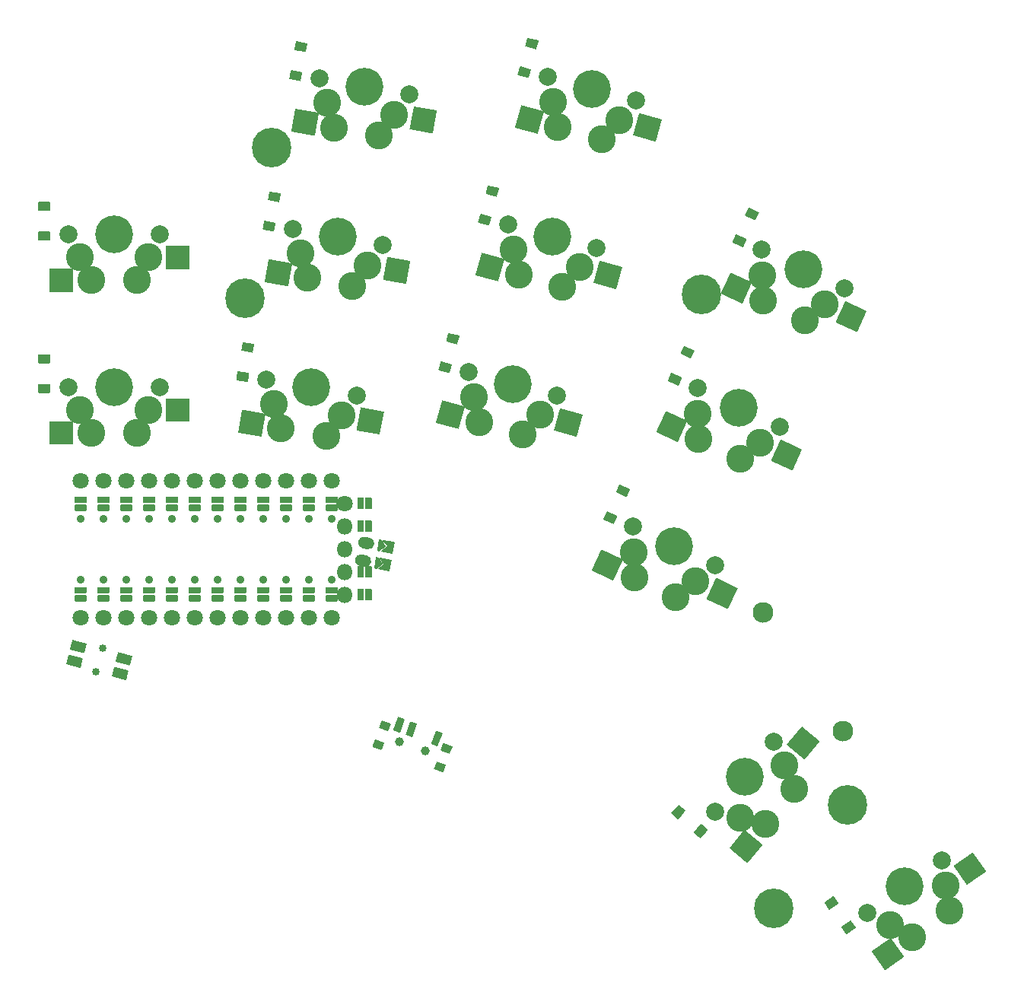
<source format=gbs>
G04 #@! TF.GenerationSoftware,KiCad,Pcbnew,8.0.8+1*
G04 #@! TF.CreationDate,2025-05-19T02:25:48+00:00*
G04 #@! TF.ProjectId,mearchlar_wireless,6d656172-6368-46c6-9172-5f776972656c,0.2*
G04 #@! TF.SameCoordinates,Original*
G04 #@! TF.FileFunction,Soldermask,Bot*
G04 #@! TF.FilePolarity,Negative*
%FSLAX46Y46*%
G04 Gerber Fmt 4.6, Leading zero omitted, Abs format (unit mm)*
G04 Created by KiCad (PCBNEW 8.0.8+1) date 2025-05-19 02:25:48*
%MOMM*%
%LPD*%
G01*
G04 APERTURE LIST*
%ADD10C,2.300000*%
%ADD11C,4.400000*%
%ADD12C,4.200000*%
%ADD13C,2.000000*%
%ADD14C,3.100000*%
%ADD15C,1.800000*%
%ADD16C,0.900000*%
%ADD17O,1.800000X1.800000*%
%ADD18C,1.000000*%
%ADD19C,0.850000*%
G04 APERTURE END LIST*
D10*
X172235175Y-108066691D03*
X181134590Y-121285220D03*
D11*
X117564759Y-56324569D03*
X114612740Y-73066301D03*
X165426557Y-72684179D03*
X173428752Y-140971233D03*
X181636504Y-129430307D03*
D12*
X100000000Y-83000000D03*
D13*
X94920000Y-83000000D03*
X105080000Y-83000000D03*
D14*
X97460000Y-88080000D03*
X103810000Y-85540000D03*
G36*
G01*
X108410000Y-84290000D02*
X108410000Y-86790000D01*
G75*
G02*
X108360000Y-86840000I-50000J0D01*
G01*
X105810000Y-86840000D01*
G75*
G02*
X105760000Y-86790000I0J50000D01*
G01*
X105760000Y-84290000D01*
G75*
G02*
X105810000Y-84240000I50000J0D01*
G01*
X108360000Y-84240000D01*
G75*
G02*
X108410000Y-84290000I0J-50000D01*
G01*
G37*
G36*
G01*
X95483000Y-86830000D02*
X95483000Y-89330000D01*
G75*
G02*
X95433000Y-89380000I-50000J0D01*
G01*
X92883000Y-89380000D01*
G75*
G02*
X92833000Y-89330000I0J50000D01*
G01*
X92833000Y-86830000D01*
G75*
G02*
X92883000Y-86780000I50000J0D01*
G01*
X95433000Y-86780000D01*
G75*
G02*
X95483000Y-86830000I0J-50000D01*
G01*
G37*
D12*
X100000000Y-66000000D03*
D13*
X94920000Y-66000000D03*
X105080000Y-66000000D03*
D14*
X97460000Y-71080000D03*
X103810000Y-68540000D03*
G36*
G01*
X108410000Y-67290000D02*
X108410000Y-69790000D01*
G75*
G02*
X108360000Y-69840000I-50000J0D01*
G01*
X105810000Y-69840000D01*
G75*
G02*
X105760000Y-69790000I0J50000D01*
G01*
X105760000Y-67290000D01*
G75*
G02*
X105810000Y-67240000I50000J0D01*
G01*
X108360000Y-67240000D01*
G75*
G02*
X108410000Y-67290000I0J-50000D01*
G01*
G37*
G36*
G01*
X95483000Y-69830000D02*
X95483000Y-72330000D01*
G75*
G02*
X95433000Y-72380000I-50000J0D01*
G01*
X92883000Y-72380000D01*
G75*
G02*
X92833000Y-72330000I0J50000D01*
G01*
X92833000Y-69830000D01*
G75*
G02*
X92883000Y-69780000I50000J0D01*
G01*
X95433000Y-69780000D01*
G75*
G02*
X95483000Y-69830000I0J-50000D01*
G01*
G37*
D12*
X122000000Y-83000000D03*
D13*
X116997177Y-82117867D03*
X127002823Y-83882133D03*
D14*
X118616456Y-87561757D03*
X125311051Y-86163011D03*
G36*
G01*
X130058227Y-85730783D02*
X129624107Y-88192802D01*
G75*
G02*
X129566185Y-88233360I-49240J8682D01*
G01*
X127054925Y-87790557D01*
G75*
G02*
X127014367Y-87732635I8682J49240D01*
G01*
X127448487Y-85270616D01*
G75*
G02*
X127506409Y-85230058I49240J-8682D01*
G01*
X130017669Y-85672861D01*
G75*
G02*
X130058227Y-85730783I-8682J-49240D01*
G01*
G37*
G36*
G01*
X116886550Y-85987445D02*
X116452430Y-88449464D01*
G75*
G02*
X116394508Y-88490022I-49240J8682D01*
G01*
X113883248Y-88047219D01*
G75*
G02*
X113842690Y-87989297I8682J49240D01*
G01*
X114276810Y-85527278D01*
G75*
G02*
X114334732Y-85486720I49240J-8682D01*
G01*
X116845992Y-85929523D01*
G75*
G02*
X116886550Y-85987445I-8682J-49240D01*
G01*
G37*
D12*
X124952019Y-66258268D03*
D13*
X119949196Y-65376135D03*
X129954842Y-67140401D03*
D14*
X121568475Y-70820025D03*
X128263070Y-69421279D03*
G36*
G01*
X133010246Y-68989051D02*
X132576126Y-71451070D01*
G75*
G02*
X132518204Y-71491628I-49240J8682D01*
G01*
X130006944Y-71048825D01*
G75*
G02*
X129966386Y-70990903I8682J49240D01*
G01*
X130400506Y-68528884D01*
G75*
G02*
X130458428Y-68488326I49240J-8682D01*
G01*
X132969688Y-68931129D01*
G75*
G02*
X133010246Y-68989051I-8682J-49240D01*
G01*
G37*
G36*
G01*
X119838569Y-69245713D02*
X119404449Y-71707732D01*
G75*
G02*
X119346527Y-71748290I-49240J8682D01*
G01*
X116835267Y-71305487D01*
G75*
G02*
X116794709Y-71247565I8682J49240D01*
G01*
X117228829Y-68785546D01*
G75*
G02*
X117286751Y-68744988I49240J-8682D01*
G01*
X119798011Y-69187791D01*
G75*
G02*
X119838569Y-69245713I-8682J-49240D01*
G01*
G37*
D12*
X127904038Y-49516536D03*
D13*
X122901215Y-48634403D03*
X132906861Y-50398669D03*
D14*
X124520494Y-54078293D03*
X131215089Y-52679547D03*
G36*
G01*
X135962265Y-52247319D02*
X135528145Y-54709338D01*
G75*
G02*
X135470223Y-54749896I-49240J8682D01*
G01*
X132958963Y-54307093D01*
G75*
G02*
X132918405Y-54249171I8682J49240D01*
G01*
X133352525Y-51787152D01*
G75*
G02*
X133410447Y-51746594I49240J-8682D01*
G01*
X135921707Y-52189397D01*
G75*
G02*
X135962265Y-52247319I-8682J-49240D01*
G01*
G37*
G36*
G01*
X122790588Y-52503981D02*
X122356468Y-54966000D01*
G75*
G02*
X122298546Y-55006558I-49240J8682D01*
G01*
X119787286Y-54563755D01*
G75*
G02*
X119746728Y-54505833I8682J49240D01*
G01*
X120180848Y-52043814D01*
G75*
G02*
X120238770Y-52003256I49240J-8682D01*
G01*
X122750030Y-52446059D01*
G75*
G02*
X122790588Y-52503981I-8682J-49240D01*
G01*
G37*
D12*
X144403775Y-82634827D03*
D13*
X139496872Y-81320026D03*
X149310678Y-83949628D03*
D14*
X140635523Y-86884330D03*
X147426552Y-86074379D03*
G36*
G01*
X152193334Y-86057540D02*
X151546287Y-88472355D01*
G75*
G02*
X151485050Y-88507710I-48296J12941D01*
G01*
X149021939Y-87847721D01*
G75*
G02*
X148986584Y-87786484I12941J48296D01*
G01*
X149633631Y-85371669D01*
G75*
G02*
X149694868Y-85336314I48296J-12941D01*
G01*
X152157979Y-85996303D01*
G75*
G02*
X152193334Y-86057540I-12941J-48296D01*
G01*
G37*
G36*
G01*
X139049411Y-85165237D02*
X138402364Y-87580052D01*
G75*
G02*
X138341127Y-87615407I-48296J12941D01*
G01*
X135878016Y-86955418D01*
G75*
G02*
X135842661Y-86894181I12941J48296D01*
G01*
X136489708Y-84479366D01*
G75*
G02*
X136550945Y-84444011I48296J-12941D01*
G01*
X139014056Y-85104000D01*
G75*
G02*
X139049411Y-85165237I-12941J-48296D01*
G01*
G37*
D12*
X148803699Y-66214088D03*
D13*
X143896796Y-64899287D03*
X153710602Y-67528889D03*
D14*
X145035447Y-70463591D03*
X151826476Y-69653640D03*
G36*
G01*
X156593258Y-69636801D02*
X155946211Y-72051616D01*
G75*
G02*
X155884974Y-72086971I-48296J12941D01*
G01*
X153421863Y-71426982D01*
G75*
G02*
X153386508Y-71365745I12941J48296D01*
G01*
X154033555Y-68950930D01*
G75*
G02*
X154094792Y-68915575I48296J-12941D01*
G01*
X156557903Y-69575564D01*
G75*
G02*
X156593258Y-69636801I-12941J-48296D01*
G01*
G37*
G36*
G01*
X143449335Y-68744498D02*
X142802288Y-71159313D01*
G75*
G02*
X142741051Y-71194668I-48296J12941D01*
G01*
X140277940Y-70534679D01*
G75*
G02*
X140242585Y-70473442I12941J48296D01*
G01*
X140889632Y-68058627D01*
G75*
G02*
X140950869Y-68023272I48296J-12941D01*
G01*
X143413980Y-68683261D01*
G75*
G02*
X143449335Y-68744498I-12941J-48296D01*
G01*
G37*
D12*
X153203623Y-49793349D03*
D13*
X148296720Y-48478548D03*
X158110526Y-51108150D03*
D14*
X149435371Y-54042852D03*
X156226400Y-53232901D03*
G36*
G01*
X160993182Y-53216062D02*
X160346135Y-55630877D01*
G75*
G02*
X160284898Y-55666232I-48296J12941D01*
G01*
X157821787Y-55006243D01*
G75*
G02*
X157786432Y-54945006I12941J48296D01*
G01*
X158433479Y-52530191D01*
G75*
G02*
X158494716Y-52494836I48296J-12941D01*
G01*
X160957827Y-53154825D01*
G75*
G02*
X160993182Y-53216062I-12941J-48296D01*
G01*
G37*
G36*
G01*
X147849259Y-52323759D02*
X147202212Y-54738574D01*
G75*
G02*
X147140975Y-54773929I-48296J12941D01*
G01*
X144677864Y-54113940D01*
G75*
G02*
X144642509Y-54052703I12941J48296D01*
G01*
X145289556Y-51637888D01*
G75*
G02*
X145350793Y-51602533I48296J-12941D01*
G01*
X147813904Y-52262522D01*
G75*
G02*
X147849259Y-52323759I-12941J-48296D01*
G01*
G37*
D12*
X162354201Y-100644400D03*
D13*
X157750157Y-98497499D03*
X166958245Y-102791301D03*
D14*
X157905278Y-104174993D03*
X164733783Y-104556597D03*
G36*
G01*
X169431071Y-105367757D02*
X168374526Y-107633526D01*
G75*
G02*
X168308080Y-107657710I-45315J21131D01*
G01*
X165996995Y-106580033D01*
G75*
G02*
X165972811Y-106513587I21131J45315D01*
G01*
X167029356Y-104247818D01*
G75*
G02*
X167095802Y-104223634I45315J-21131D01*
G01*
X169406887Y-105301311D01*
G75*
G02*
X169431071Y-105367757I-21131J-45315D01*
G01*
G37*
G36*
G01*
X156641780Y-102206593D02*
X155585235Y-104472362D01*
G75*
G02*
X155518789Y-104496546I-45315J21131D01*
G01*
X153207704Y-103418869D01*
G75*
G02*
X153183520Y-103352423I21131J45315D01*
G01*
X154240065Y-101086654D01*
G75*
G02*
X154306511Y-101062470I45315J-21131D01*
G01*
X156617596Y-102140147D01*
G75*
G02*
X156641780Y-102206593I-21131J-45315D01*
G01*
G37*
D12*
X169538711Y-85237168D03*
D13*
X164934667Y-83090267D03*
X174142755Y-87384069D03*
D14*
X165089788Y-88767761D03*
X171918293Y-89149365D03*
G36*
G01*
X176615581Y-89960525D02*
X175559036Y-92226294D01*
G75*
G02*
X175492590Y-92250478I-45315J21131D01*
G01*
X173181505Y-91172801D01*
G75*
G02*
X173157321Y-91106355I21131J45315D01*
G01*
X174213866Y-88840586D01*
G75*
G02*
X174280312Y-88816402I45315J-21131D01*
G01*
X176591397Y-89894079D01*
G75*
G02*
X176615581Y-89960525I-21131J-45315D01*
G01*
G37*
G36*
G01*
X163826290Y-86799361D02*
X162769745Y-89065130D01*
G75*
G02*
X162703299Y-89089314I-45315J21131D01*
G01*
X160392214Y-88011637D01*
G75*
G02*
X160368030Y-87945191I21131J45315D01*
G01*
X161424575Y-85679422D01*
G75*
G02*
X161491021Y-85655238I45315J-21131D01*
G01*
X163802106Y-86732915D01*
G75*
G02*
X163826290Y-86799361I-21131J-45315D01*
G01*
G37*
D12*
X176723222Y-69829935D03*
D13*
X172119178Y-67683034D03*
X181327266Y-71976836D03*
D14*
X172274299Y-73360528D03*
X179102804Y-73742132D03*
G36*
G01*
X183800092Y-74553292D02*
X182743547Y-76819061D01*
G75*
G02*
X182677101Y-76843245I-45315J21131D01*
G01*
X180366016Y-75765568D01*
G75*
G02*
X180341832Y-75699122I21131J45315D01*
G01*
X181398377Y-73433353D01*
G75*
G02*
X181464823Y-73409169I45315J-21131D01*
G01*
X183775908Y-74486846D01*
G75*
G02*
X183800092Y-74553292I-21131J-45315D01*
G01*
G37*
G36*
G01*
X171010801Y-71392128D02*
X169954256Y-73657897D01*
G75*
G02*
X169887810Y-73682081I-45315J21131D01*
G01*
X167576725Y-72604404D01*
G75*
G02*
X167552541Y-72537958I21131J45315D01*
G01*
X168609086Y-70272189D01*
G75*
G02*
X168675532Y-70248005I45315J-21131D01*
G01*
X170986617Y-71325682D01*
G75*
G02*
X171010801Y-71392128I-21131J-45315D01*
G01*
G37*
D12*
X170215376Y-126377685D03*
D13*
X166950015Y-130269191D03*
X173480737Y-122486179D03*
D14*
X172474201Y-131588799D03*
X174610150Y-125091736D03*
G36*
G01*
X176609417Y-120764448D02*
X178524528Y-122371417D01*
G75*
G02*
X178530691Y-122441858I-32139J-38302D01*
G01*
X176891582Y-124395271D01*
G75*
G02*
X176821141Y-124401434I-38302J32139D01*
G01*
X174906030Y-122794465D01*
G75*
G02*
X174899867Y-122724024I32139J38302D01*
G01*
X176538976Y-120770611D01*
G75*
G02*
X176609417Y-120764448I38302J-32139D01*
G01*
G37*
G36*
G01*
X170245855Y-132299785D02*
X172160966Y-133906754D01*
G75*
G02*
X172167129Y-133977195I-32139J-38302D01*
G01*
X170528020Y-135930608D01*
G75*
G02*
X170457579Y-135936771I-38302J32139D01*
G01*
X168542468Y-134329802D01*
G75*
G02*
X168536305Y-134259361I32139J38302D01*
G01*
X170175414Y-132305948D01*
G75*
G02*
X170245855Y-132299785I38302J-32139D01*
G01*
G37*
D12*
X188020983Y-138548289D03*
D13*
X183859691Y-141462057D03*
X192182275Y-135634521D03*
D14*
X188854105Y-144166466D03*
X192598836Y-138443609D03*
G36*
G01*
X195649965Y-134781217D02*
X197083906Y-136829097D01*
G75*
G02*
X197071627Y-136898734I-40958J-28679D01*
G01*
X194982790Y-138361354D01*
G75*
G02*
X194913153Y-138349075I-28679J40958D01*
G01*
X193479212Y-136301195D01*
G75*
G02*
X193491491Y-136231558I40958J28679D01*
G01*
X195580328Y-134768938D01*
G75*
G02*
X195649965Y-134781217I28679J-40958D01*
G01*
G37*
G36*
G01*
X186517671Y-144276486D02*
X187951612Y-146324366D01*
G75*
G02*
X187939333Y-146394003I-40958J-28679D01*
G01*
X185850496Y-147856623D01*
G75*
G02*
X185780859Y-147844344I-28679J40958D01*
G01*
X184346918Y-145796464D01*
G75*
G02*
X184359197Y-145726827I40958J28679D01*
G01*
X186448034Y-144264207D01*
G75*
G02*
X186517671Y-144276486I28679J-40958D01*
G01*
G37*
G36*
G01*
X91650000Y-82650000D02*
X92850000Y-82650000D01*
G75*
G02*
X92900000Y-82700000I0J-50000D01*
G01*
X92900000Y-83600000D01*
G75*
G02*
X92850000Y-83650000I-50000J0D01*
G01*
X91650000Y-83650000D01*
G75*
G02*
X91600000Y-83600000I0J50000D01*
G01*
X91600000Y-82700000D01*
G75*
G02*
X91650000Y-82650000I50000J0D01*
G01*
G37*
G36*
G01*
X91650000Y-79350000D02*
X92850000Y-79350000D01*
G75*
G02*
X92900000Y-79400000I0J-50000D01*
G01*
X92900000Y-80300000D01*
G75*
G02*
X92850000Y-80350000I-50000J0D01*
G01*
X91650000Y-80350000D01*
G75*
G02*
X91600000Y-80300000I0J50000D01*
G01*
X91600000Y-79400000D01*
G75*
G02*
X91650000Y-79350000I50000J0D01*
G01*
G37*
G36*
G01*
X91650000Y-65650000D02*
X92850000Y-65650000D01*
G75*
G02*
X92900000Y-65700000I0J-50000D01*
G01*
X92900000Y-66600000D01*
G75*
G02*
X92850000Y-66650000I-50000J0D01*
G01*
X91650000Y-66650000D01*
G75*
G02*
X91600000Y-66600000I0J50000D01*
G01*
X91600000Y-65700000D01*
G75*
G02*
X91650000Y-65650000I50000J0D01*
G01*
G37*
G36*
G01*
X91650000Y-62350000D02*
X92850000Y-62350000D01*
G75*
G02*
X92900000Y-62400000I0J-50000D01*
G01*
X92900000Y-63300000D01*
G75*
G02*
X92850000Y-63350000I-50000J0D01*
G01*
X91650000Y-63350000D01*
G75*
G02*
X91600000Y-63300000I0J50000D01*
G01*
X91600000Y-62400000D01*
G75*
G02*
X91650000Y-62350000I50000J0D01*
G01*
G37*
G36*
G01*
X113837632Y-81205356D02*
X115019401Y-81413733D01*
G75*
G02*
X115059959Y-81471655I-8682J-49240D01*
G01*
X114903676Y-82357982D01*
G75*
G02*
X114845754Y-82398540I-49240J8682D01*
G01*
X113663985Y-82190163D01*
G75*
G02*
X113623427Y-82132241I8682J49240D01*
G01*
X113779710Y-81245914D01*
G75*
G02*
X113837632Y-81205356I49240J-8682D01*
G01*
G37*
G36*
G01*
X114410670Y-77955490D02*
X115592439Y-78163867D01*
G75*
G02*
X115632997Y-78221789I-8682J-49240D01*
G01*
X115476714Y-79108116D01*
G75*
G02*
X115418792Y-79148674I-49240J8682D01*
G01*
X114237023Y-78940297D01*
G75*
G02*
X114196465Y-78882375I8682J49240D01*
G01*
X114352748Y-77996048D01*
G75*
G02*
X114410670Y-77955490I49240J-8682D01*
G01*
G37*
G36*
G01*
X116789651Y-64463624D02*
X117971420Y-64672001D01*
G75*
G02*
X118011978Y-64729923I-8682J-49240D01*
G01*
X117855695Y-65616250D01*
G75*
G02*
X117797773Y-65656808I-49240J8682D01*
G01*
X116616004Y-65448431D01*
G75*
G02*
X116575446Y-65390509I8682J49240D01*
G01*
X116731729Y-64504182D01*
G75*
G02*
X116789651Y-64463624I49240J-8682D01*
G01*
G37*
G36*
G01*
X117362689Y-61213758D02*
X118544458Y-61422135D01*
G75*
G02*
X118585016Y-61480057I-8682J-49240D01*
G01*
X118428733Y-62366384D01*
G75*
G02*
X118370811Y-62406942I-49240J8682D01*
G01*
X117189042Y-62198565D01*
G75*
G02*
X117148484Y-62140643I8682J49240D01*
G01*
X117304767Y-61254316D01*
G75*
G02*
X117362689Y-61213758I49240J-8682D01*
G01*
G37*
G36*
G01*
X119741670Y-47721892D02*
X120923439Y-47930269D01*
G75*
G02*
X120963997Y-47988191I-8682J-49240D01*
G01*
X120807714Y-48874518D01*
G75*
G02*
X120749792Y-48915076I-49240J8682D01*
G01*
X119568023Y-48706699D01*
G75*
G02*
X119527465Y-48648777I8682J49240D01*
G01*
X119683748Y-47762450D01*
G75*
G02*
X119741670Y-47721892I49240J-8682D01*
G01*
G37*
G36*
G01*
X120314708Y-44472026D02*
X121496477Y-44680403D01*
G75*
G02*
X121537035Y-44738325I-8682J-49240D01*
G01*
X121380752Y-45624652D01*
G75*
G02*
X121322830Y-45665210I-49240J8682D01*
G01*
X120141061Y-45456833D01*
G75*
G02*
X120100503Y-45398911I8682J49240D01*
G01*
X120256786Y-44512584D01*
G75*
G02*
X120314708Y-44472026I49240J-8682D01*
G01*
G37*
G36*
G01*
X136428882Y-80135615D02*
X137587993Y-80446198D01*
G75*
G02*
X137623348Y-80507435I-12941J-48296D01*
G01*
X137390411Y-81376768D01*
G75*
G02*
X137329174Y-81412123I-48296J12941D01*
G01*
X136170063Y-81101540D01*
G75*
G02*
X136134708Y-81040303I12941J48296D01*
G01*
X136367645Y-80170970D01*
G75*
G02*
X136428882Y-80135615I48296J-12941D01*
G01*
G37*
G36*
G01*
X137282984Y-76948059D02*
X138442095Y-77258642D01*
G75*
G02*
X138477450Y-77319879I-12941J-48296D01*
G01*
X138244513Y-78189212D01*
G75*
G02*
X138183276Y-78224567I-48296J12941D01*
G01*
X137024165Y-77913984D01*
G75*
G02*
X136988810Y-77852747I12941J48296D01*
G01*
X137221747Y-76983414D01*
G75*
G02*
X137282984Y-76948059I48296J-12941D01*
G01*
G37*
G36*
G01*
X140828806Y-63714876D02*
X141987917Y-64025459D01*
G75*
G02*
X142023272Y-64086696I-12941J-48296D01*
G01*
X141790335Y-64956029D01*
G75*
G02*
X141729098Y-64991384I-48296J12941D01*
G01*
X140569987Y-64680801D01*
G75*
G02*
X140534632Y-64619564I12941J48296D01*
G01*
X140767569Y-63750231D01*
G75*
G02*
X140828806Y-63714876I48296J-12941D01*
G01*
G37*
G36*
G01*
X141682908Y-60527320D02*
X142842019Y-60837903D01*
G75*
G02*
X142877374Y-60899140I-12941J-48296D01*
G01*
X142644437Y-61768473D01*
G75*
G02*
X142583200Y-61803828I-48296J12941D01*
G01*
X141424089Y-61493245D01*
G75*
G02*
X141388734Y-61432008I12941J48296D01*
G01*
X141621671Y-60562675D01*
G75*
G02*
X141682908Y-60527320I48296J-12941D01*
G01*
G37*
G36*
G01*
X145228729Y-47294137D02*
X146387840Y-47604720D01*
G75*
G02*
X146423195Y-47665957I-12941J-48296D01*
G01*
X146190258Y-48535290D01*
G75*
G02*
X146129021Y-48570645I-48296J12941D01*
G01*
X144969910Y-48260062D01*
G75*
G02*
X144934555Y-48198825I12941J48296D01*
G01*
X145167492Y-47329492D01*
G75*
G02*
X145228729Y-47294137I48296J-12941D01*
G01*
G37*
G36*
G01*
X146082831Y-44106581D02*
X147241942Y-44417164D01*
G75*
G02*
X147277297Y-44478401I-12941J-48296D01*
G01*
X147044360Y-45347734D01*
G75*
G02*
X146983123Y-45383089I-48296J12941D01*
G01*
X145824012Y-45072506D01*
G75*
G02*
X145788657Y-45011269I12941J48296D01*
G01*
X146021594Y-44141936D01*
G75*
G02*
X146082831Y-44106581I48296J-12941D01*
G01*
G37*
G36*
G01*
X154934448Y-96798331D02*
X156022017Y-97305472D01*
G75*
G02*
X156046201Y-97371918I-21131J-45315D01*
G01*
X155665844Y-98187595D01*
G75*
G02*
X155599398Y-98211779I-45315J21131D01*
G01*
X154511829Y-97704638D01*
G75*
G02*
X154487645Y-97638192I21131J45315D01*
G01*
X154868002Y-96822515D01*
G75*
G02*
X154934448Y-96798331I45315J-21131D01*
G01*
G37*
G36*
G01*
X156329088Y-93807515D02*
X157416657Y-94314656D01*
G75*
G02*
X157440841Y-94381102I-21131J-45315D01*
G01*
X157060484Y-95196779D01*
G75*
G02*
X156994038Y-95220963I-45315J21131D01*
G01*
X155906469Y-94713822D01*
G75*
G02*
X155882285Y-94647376I21131J45315D01*
G01*
X156262642Y-93831699D01*
G75*
G02*
X156329088Y-93807515I45315J-21131D01*
G01*
G37*
G36*
G01*
X162118958Y-81391099D02*
X163206527Y-81898240D01*
G75*
G02*
X163230711Y-81964686I-21131J-45315D01*
G01*
X162850354Y-82780363D01*
G75*
G02*
X162783908Y-82804547I-45315J21131D01*
G01*
X161696339Y-82297406D01*
G75*
G02*
X161672155Y-82230960I21131J45315D01*
G01*
X162052512Y-81415283D01*
G75*
G02*
X162118958Y-81391099I45315J-21131D01*
G01*
G37*
G36*
G01*
X163513598Y-78400283D02*
X164601167Y-78907424D01*
G75*
G02*
X164625351Y-78973870I-21131J-45315D01*
G01*
X164244994Y-79789547D01*
G75*
G02*
X164178548Y-79813731I-45315J21131D01*
G01*
X163090979Y-79306590D01*
G75*
G02*
X163066795Y-79240144I21131J45315D01*
G01*
X163447152Y-78424467D01*
G75*
G02*
X163513598Y-78400283I45315J-21131D01*
G01*
G37*
G36*
G01*
X169303469Y-65983866D02*
X170391038Y-66491007D01*
G75*
G02*
X170415222Y-66557453I-21131J-45315D01*
G01*
X170034865Y-67373130D01*
G75*
G02*
X169968419Y-67397314I-45315J21131D01*
G01*
X168880850Y-66890173D01*
G75*
G02*
X168856666Y-66823727I21131J45315D01*
G01*
X169237023Y-66008050D01*
G75*
G02*
X169303469Y-65983866I45315J-21131D01*
G01*
G37*
G36*
G01*
X170698109Y-62993050D02*
X171785678Y-63500191D01*
G75*
G02*
X171809862Y-63566637I-21131J-45315D01*
G01*
X171429505Y-64382314D01*
G75*
G02*
X171363059Y-64406498I-45315J21131D01*
G01*
X170275490Y-63899357D01*
G75*
G02*
X170251306Y-63832911I21131J45315D01*
G01*
X170631663Y-63017234D01*
G75*
G02*
X170698109Y-62993050I45315J-21131D01*
G01*
G37*
G36*
G01*
X164579983Y-132549181D02*
X165351329Y-131629928D01*
G75*
G02*
X165421770Y-131623765I38302J-32139D01*
G01*
X166111210Y-132202274D01*
G75*
G02*
X166117373Y-132272715I-32139J-38302D01*
G01*
X165346027Y-133191968D01*
G75*
G02*
X165275586Y-133198131I-38302J32139D01*
G01*
X164586146Y-132619622D01*
G75*
G02*
X164579983Y-132549181I32139J38302D01*
G01*
G37*
G36*
G01*
X162052037Y-130427981D02*
X162823383Y-129508728D01*
G75*
G02*
X162893824Y-129502565I38302J-32139D01*
G01*
X163583264Y-130081074D01*
G75*
G02*
X163589427Y-130151515I-32139J-38302D01*
G01*
X162818081Y-131070768D01*
G75*
G02*
X162747640Y-131076931I-38302J32139D01*
G01*
X162058200Y-130498422D01*
G75*
G02*
X162052037Y-130427981I32139J38302D01*
G01*
G37*
G36*
G01*
X180980311Y-143050948D02*
X181963294Y-142362657D01*
G75*
G02*
X182032931Y-142374936I28679J-40958D01*
G01*
X182549150Y-143112173D01*
G75*
G02*
X182536871Y-143181810I-40958J-28679D01*
G01*
X181553888Y-143870101D01*
G75*
G02*
X181484251Y-143857822I-28679J40958D01*
G01*
X180968032Y-143120585D01*
G75*
G02*
X180980311Y-143050948I40958J28679D01*
G01*
G37*
G36*
G01*
X179087509Y-140347746D02*
X180070492Y-139659455D01*
G75*
G02*
X180140129Y-139671734I28679J-40958D01*
G01*
X180656348Y-140408971D01*
G75*
G02*
X180644069Y-140478608I-40958J-28679D01*
G01*
X179661086Y-141166899D01*
G75*
G02*
X179591449Y-141154620I-28679J40958D01*
G01*
X179075230Y-140417383D01*
G75*
G02*
X179087509Y-140347746I40958J28679D01*
G01*
G37*
D12*
X100000000Y-83000000D03*
D13*
X94920000Y-83000000D03*
X105080000Y-83000000D03*
D14*
X102540000Y-88080000D03*
X96190000Y-85540000D03*
D12*
X100000000Y-66000000D03*
D13*
X94920000Y-66000000D03*
X105080000Y-66000000D03*
D14*
X102540000Y-71080000D03*
X96190000Y-68540000D03*
D12*
X122000000Y-83000000D03*
D13*
X116997177Y-82117867D03*
X127002823Y-83882133D03*
D14*
X123619279Y-88443890D03*
X117806816Y-84839812D03*
D12*
X124952019Y-66258268D03*
D13*
X119949196Y-65376135D03*
X129954842Y-67140401D03*
D14*
X126571298Y-71702158D03*
X120758835Y-68098080D03*
D12*
X127904038Y-49516536D03*
D13*
X122901215Y-48634403D03*
X132906861Y-50398669D03*
D14*
X129523317Y-54960426D03*
X123710854Y-51356348D03*
D12*
X144403775Y-82634827D03*
D13*
X139496872Y-81320026D03*
X149310678Y-83949628D03*
D14*
X145542426Y-88199131D03*
X140066197Y-84102178D03*
D12*
X148803699Y-66214088D03*
D13*
X143896796Y-64899287D03*
X153710602Y-67528889D03*
D14*
X149942350Y-71778392D03*
X144466121Y-67681439D03*
D12*
X153203623Y-49793349D03*
D13*
X148296720Y-48478548D03*
X158110526Y-51108150D03*
D14*
X154342274Y-55357653D03*
X148866045Y-51260700D03*
D12*
X162354201Y-100644400D03*
D13*
X157750157Y-98497499D03*
X166958245Y-102791301D03*
D14*
X162509322Y-106321894D03*
X157827718Y-101336246D03*
D12*
X169538711Y-85237168D03*
D13*
X164934667Y-83090267D03*
X174142755Y-87384069D03*
D14*
X169693832Y-90914662D03*
X165012228Y-85929014D03*
D12*
X176723222Y-69829935D03*
D13*
X172119178Y-67683034D03*
X181327266Y-71976836D03*
D14*
X176878343Y-75507429D03*
X172196739Y-70521781D03*
D12*
X170215376Y-126377685D03*
D13*
X166950015Y-130269191D03*
X173480737Y-122486179D03*
D14*
X175739562Y-127697293D03*
X169712108Y-130928995D03*
D12*
X188020983Y-138548289D03*
D13*
X183859691Y-141462057D03*
X192182275Y-135634521D03*
D14*
X193015397Y-141252697D03*
X186356898Y-142814261D03*
D15*
X96300000Y-108620000D03*
X96300000Y-93380000D03*
D16*
X96300000Y-104400000D03*
X96300000Y-97600000D03*
G36*
G01*
X96900000Y-106830000D02*
X95700000Y-106830000D01*
G75*
G02*
X95650000Y-106780000I0J50000D01*
G01*
X95650000Y-106180000D01*
G75*
G02*
X95700000Y-106130000I50000J0D01*
G01*
X96900000Y-106130000D01*
G75*
G02*
X96950000Y-106180000I0J-50000D01*
G01*
X96950000Y-106780000D01*
G75*
G02*
X96900000Y-106830000I-50000J0D01*
G01*
G37*
G36*
G01*
X96900000Y-105930000D02*
X95700000Y-105930000D01*
G75*
G02*
X95650000Y-105880000I0J50000D01*
G01*
X95650000Y-105280000D01*
G75*
G02*
X95700000Y-105230000I50000J0D01*
G01*
X96900000Y-105230000D01*
G75*
G02*
X96950000Y-105280000I0J-50000D01*
G01*
X96950000Y-105880000D01*
G75*
G02*
X96900000Y-105930000I-50000J0D01*
G01*
G37*
G36*
G01*
X96900000Y-96770000D02*
X95700000Y-96770000D01*
G75*
G02*
X95650000Y-96720000I0J50000D01*
G01*
X95650000Y-96120000D01*
G75*
G02*
X95700000Y-96070000I50000J0D01*
G01*
X96900000Y-96070000D01*
G75*
G02*
X96950000Y-96120000I0J-50000D01*
G01*
X96950000Y-96720000D01*
G75*
G02*
X96900000Y-96770000I-50000J0D01*
G01*
G37*
G36*
G01*
X96900000Y-95870000D02*
X95700000Y-95870000D01*
G75*
G02*
X95650000Y-95820000I0J50000D01*
G01*
X95650000Y-95220000D01*
G75*
G02*
X95700000Y-95170000I50000J0D01*
G01*
X96900000Y-95170000D01*
G75*
G02*
X96950000Y-95220000I0J-50000D01*
G01*
X96950000Y-95820000D01*
G75*
G02*
X96900000Y-95870000I-50000J0D01*
G01*
G37*
D15*
X98840000Y-108620000D03*
X98840000Y-93380000D03*
D16*
X98840000Y-104400000D03*
X98840000Y-97600000D03*
G36*
G01*
X99440000Y-106830000D02*
X98240000Y-106830000D01*
G75*
G02*
X98190000Y-106780000I0J50000D01*
G01*
X98190000Y-106180000D01*
G75*
G02*
X98240000Y-106130000I50000J0D01*
G01*
X99440000Y-106130000D01*
G75*
G02*
X99490000Y-106180000I0J-50000D01*
G01*
X99490000Y-106780000D01*
G75*
G02*
X99440000Y-106830000I-50000J0D01*
G01*
G37*
G36*
G01*
X99440000Y-105930000D02*
X98240000Y-105930000D01*
G75*
G02*
X98190000Y-105880000I0J50000D01*
G01*
X98190000Y-105280000D01*
G75*
G02*
X98240000Y-105230000I50000J0D01*
G01*
X99440000Y-105230000D01*
G75*
G02*
X99490000Y-105280000I0J-50000D01*
G01*
X99490000Y-105880000D01*
G75*
G02*
X99440000Y-105930000I-50000J0D01*
G01*
G37*
G36*
G01*
X99440000Y-96770000D02*
X98240000Y-96770000D01*
G75*
G02*
X98190000Y-96720000I0J50000D01*
G01*
X98190000Y-96120000D01*
G75*
G02*
X98240000Y-96070000I50000J0D01*
G01*
X99440000Y-96070000D01*
G75*
G02*
X99490000Y-96120000I0J-50000D01*
G01*
X99490000Y-96720000D01*
G75*
G02*
X99440000Y-96770000I-50000J0D01*
G01*
G37*
G36*
G01*
X99440000Y-95870000D02*
X98240000Y-95870000D01*
G75*
G02*
X98190000Y-95820000I0J50000D01*
G01*
X98190000Y-95220000D01*
G75*
G02*
X98240000Y-95170000I50000J0D01*
G01*
X99440000Y-95170000D01*
G75*
G02*
X99490000Y-95220000I0J-50000D01*
G01*
X99490000Y-95820000D01*
G75*
G02*
X99440000Y-95870000I-50000J0D01*
G01*
G37*
D15*
X101380000Y-108620000D03*
X101380000Y-93380000D03*
D16*
X101380000Y-104400000D03*
X101380000Y-97600000D03*
G36*
G01*
X101980000Y-106830000D02*
X100780000Y-106830000D01*
G75*
G02*
X100730000Y-106780000I0J50000D01*
G01*
X100730000Y-106180000D01*
G75*
G02*
X100780000Y-106130000I50000J0D01*
G01*
X101980000Y-106130000D01*
G75*
G02*
X102030000Y-106180000I0J-50000D01*
G01*
X102030000Y-106780000D01*
G75*
G02*
X101980000Y-106830000I-50000J0D01*
G01*
G37*
G36*
G01*
X101980000Y-105930000D02*
X100780000Y-105930000D01*
G75*
G02*
X100730000Y-105880000I0J50000D01*
G01*
X100730000Y-105280000D01*
G75*
G02*
X100780000Y-105230000I50000J0D01*
G01*
X101980000Y-105230000D01*
G75*
G02*
X102030000Y-105280000I0J-50000D01*
G01*
X102030000Y-105880000D01*
G75*
G02*
X101980000Y-105930000I-50000J0D01*
G01*
G37*
G36*
G01*
X101980000Y-96770000D02*
X100780000Y-96770000D01*
G75*
G02*
X100730000Y-96720000I0J50000D01*
G01*
X100730000Y-96120000D01*
G75*
G02*
X100780000Y-96070000I50000J0D01*
G01*
X101980000Y-96070000D01*
G75*
G02*
X102030000Y-96120000I0J-50000D01*
G01*
X102030000Y-96720000D01*
G75*
G02*
X101980000Y-96770000I-50000J0D01*
G01*
G37*
G36*
G01*
X101980000Y-95870000D02*
X100780000Y-95870000D01*
G75*
G02*
X100730000Y-95820000I0J50000D01*
G01*
X100730000Y-95220000D01*
G75*
G02*
X100780000Y-95170000I50000J0D01*
G01*
X101980000Y-95170000D01*
G75*
G02*
X102030000Y-95220000I0J-50000D01*
G01*
X102030000Y-95820000D01*
G75*
G02*
X101980000Y-95870000I-50000J0D01*
G01*
G37*
D15*
X103920000Y-108620000D03*
X103920000Y-93380000D03*
D16*
X103920000Y-104400000D03*
X103920000Y-97600000D03*
G36*
G01*
X104520000Y-106830000D02*
X103320000Y-106830000D01*
G75*
G02*
X103270000Y-106780000I0J50000D01*
G01*
X103270000Y-106180000D01*
G75*
G02*
X103320000Y-106130000I50000J0D01*
G01*
X104520000Y-106130000D01*
G75*
G02*
X104570000Y-106180000I0J-50000D01*
G01*
X104570000Y-106780000D01*
G75*
G02*
X104520000Y-106830000I-50000J0D01*
G01*
G37*
G36*
G01*
X104520000Y-105930000D02*
X103320000Y-105930000D01*
G75*
G02*
X103270000Y-105880000I0J50000D01*
G01*
X103270000Y-105280000D01*
G75*
G02*
X103320000Y-105230000I50000J0D01*
G01*
X104520000Y-105230000D01*
G75*
G02*
X104570000Y-105280000I0J-50000D01*
G01*
X104570000Y-105880000D01*
G75*
G02*
X104520000Y-105930000I-50000J0D01*
G01*
G37*
G36*
G01*
X104520000Y-96770000D02*
X103320000Y-96770000D01*
G75*
G02*
X103270000Y-96720000I0J50000D01*
G01*
X103270000Y-96120000D01*
G75*
G02*
X103320000Y-96070000I50000J0D01*
G01*
X104520000Y-96070000D01*
G75*
G02*
X104570000Y-96120000I0J-50000D01*
G01*
X104570000Y-96720000D01*
G75*
G02*
X104520000Y-96770000I-50000J0D01*
G01*
G37*
G36*
G01*
X104520000Y-95870000D02*
X103320000Y-95870000D01*
G75*
G02*
X103270000Y-95820000I0J50000D01*
G01*
X103270000Y-95220000D01*
G75*
G02*
X103320000Y-95170000I50000J0D01*
G01*
X104520000Y-95170000D01*
G75*
G02*
X104570000Y-95220000I0J-50000D01*
G01*
X104570000Y-95820000D01*
G75*
G02*
X104520000Y-95870000I-50000J0D01*
G01*
G37*
D15*
X106460000Y-108620000D03*
X106460000Y-93380000D03*
D16*
X106460000Y-104400000D03*
X106460000Y-97600000D03*
G36*
G01*
X107060000Y-106830000D02*
X105860000Y-106830000D01*
G75*
G02*
X105810000Y-106780000I0J50000D01*
G01*
X105810000Y-106180000D01*
G75*
G02*
X105860000Y-106130000I50000J0D01*
G01*
X107060000Y-106130000D01*
G75*
G02*
X107110000Y-106180000I0J-50000D01*
G01*
X107110000Y-106780000D01*
G75*
G02*
X107060000Y-106830000I-50000J0D01*
G01*
G37*
G36*
G01*
X107060000Y-105930000D02*
X105860000Y-105930000D01*
G75*
G02*
X105810000Y-105880000I0J50000D01*
G01*
X105810000Y-105280000D01*
G75*
G02*
X105860000Y-105230000I50000J0D01*
G01*
X107060000Y-105230000D01*
G75*
G02*
X107110000Y-105280000I0J-50000D01*
G01*
X107110000Y-105880000D01*
G75*
G02*
X107060000Y-105930000I-50000J0D01*
G01*
G37*
G36*
G01*
X107060000Y-96770000D02*
X105860000Y-96770000D01*
G75*
G02*
X105810000Y-96720000I0J50000D01*
G01*
X105810000Y-96120000D01*
G75*
G02*
X105860000Y-96070000I50000J0D01*
G01*
X107060000Y-96070000D01*
G75*
G02*
X107110000Y-96120000I0J-50000D01*
G01*
X107110000Y-96720000D01*
G75*
G02*
X107060000Y-96770000I-50000J0D01*
G01*
G37*
G36*
G01*
X107060000Y-95870000D02*
X105860000Y-95870000D01*
G75*
G02*
X105810000Y-95820000I0J50000D01*
G01*
X105810000Y-95220000D01*
G75*
G02*
X105860000Y-95170000I50000J0D01*
G01*
X107060000Y-95170000D01*
G75*
G02*
X107110000Y-95220000I0J-50000D01*
G01*
X107110000Y-95820000D01*
G75*
G02*
X107060000Y-95870000I-50000J0D01*
G01*
G37*
D15*
X109000000Y-108620000D03*
X109000000Y-93380000D03*
D16*
X109000000Y-104400000D03*
X109000000Y-97600000D03*
G36*
G01*
X109600000Y-106830000D02*
X108400000Y-106830000D01*
G75*
G02*
X108350000Y-106780000I0J50000D01*
G01*
X108350000Y-106180000D01*
G75*
G02*
X108400000Y-106130000I50000J0D01*
G01*
X109600000Y-106130000D01*
G75*
G02*
X109650000Y-106180000I0J-50000D01*
G01*
X109650000Y-106780000D01*
G75*
G02*
X109600000Y-106830000I-50000J0D01*
G01*
G37*
G36*
G01*
X109600000Y-105930000D02*
X108400000Y-105930000D01*
G75*
G02*
X108350000Y-105880000I0J50000D01*
G01*
X108350000Y-105280000D01*
G75*
G02*
X108400000Y-105230000I50000J0D01*
G01*
X109600000Y-105230000D01*
G75*
G02*
X109650000Y-105280000I0J-50000D01*
G01*
X109650000Y-105880000D01*
G75*
G02*
X109600000Y-105930000I-50000J0D01*
G01*
G37*
G36*
G01*
X109600000Y-96770000D02*
X108400000Y-96770000D01*
G75*
G02*
X108350000Y-96720000I0J50000D01*
G01*
X108350000Y-96120000D01*
G75*
G02*
X108400000Y-96070000I50000J0D01*
G01*
X109600000Y-96070000D01*
G75*
G02*
X109650000Y-96120000I0J-50000D01*
G01*
X109650000Y-96720000D01*
G75*
G02*
X109600000Y-96770000I-50000J0D01*
G01*
G37*
G36*
G01*
X109600000Y-95870000D02*
X108400000Y-95870000D01*
G75*
G02*
X108350000Y-95820000I0J50000D01*
G01*
X108350000Y-95220000D01*
G75*
G02*
X108400000Y-95170000I50000J0D01*
G01*
X109600000Y-95170000D01*
G75*
G02*
X109650000Y-95220000I0J-50000D01*
G01*
X109650000Y-95820000D01*
G75*
G02*
X109600000Y-95870000I-50000J0D01*
G01*
G37*
D15*
X111540000Y-108620000D03*
X111540000Y-93380000D03*
D16*
X111540000Y-104400000D03*
X111540000Y-97600000D03*
G36*
G01*
X112140000Y-106830000D02*
X110940000Y-106830000D01*
G75*
G02*
X110890000Y-106780000I0J50000D01*
G01*
X110890000Y-106180000D01*
G75*
G02*
X110940000Y-106130000I50000J0D01*
G01*
X112140000Y-106130000D01*
G75*
G02*
X112190000Y-106180000I0J-50000D01*
G01*
X112190000Y-106780000D01*
G75*
G02*
X112140000Y-106830000I-50000J0D01*
G01*
G37*
G36*
G01*
X112140000Y-105930000D02*
X110940000Y-105930000D01*
G75*
G02*
X110890000Y-105880000I0J50000D01*
G01*
X110890000Y-105280000D01*
G75*
G02*
X110940000Y-105230000I50000J0D01*
G01*
X112140000Y-105230000D01*
G75*
G02*
X112190000Y-105280000I0J-50000D01*
G01*
X112190000Y-105880000D01*
G75*
G02*
X112140000Y-105930000I-50000J0D01*
G01*
G37*
G36*
G01*
X112140000Y-96770000D02*
X110940000Y-96770000D01*
G75*
G02*
X110890000Y-96720000I0J50000D01*
G01*
X110890000Y-96120000D01*
G75*
G02*
X110940000Y-96070000I50000J0D01*
G01*
X112140000Y-96070000D01*
G75*
G02*
X112190000Y-96120000I0J-50000D01*
G01*
X112190000Y-96720000D01*
G75*
G02*
X112140000Y-96770000I-50000J0D01*
G01*
G37*
G36*
G01*
X112140000Y-95870000D02*
X110940000Y-95870000D01*
G75*
G02*
X110890000Y-95820000I0J50000D01*
G01*
X110890000Y-95220000D01*
G75*
G02*
X110940000Y-95170000I50000J0D01*
G01*
X112140000Y-95170000D01*
G75*
G02*
X112190000Y-95220000I0J-50000D01*
G01*
X112190000Y-95820000D01*
G75*
G02*
X112140000Y-95870000I-50000J0D01*
G01*
G37*
D15*
X114080000Y-108620000D03*
X114080000Y-93380000D03*
D16*
X114080000Y-104400000D03*
X114080000Y-97600000D03*
G36*
G01*
X114680000Y-106830000D02*
X113480000Y-106830000D01*
G75*
G02*
X113430000Y-106780000I0J50000D01*
G01*
X113430000Y-106180000D01*
G75*
G02*
X113480000Y-106130000I50000J0D01*
G01*
X114680000Y-106130000D01*
G75*
G02*
X114730000Y-106180000I0J-50000D01*
G01*
X114730000Y-106780000D01*
G75*
G02*
X114680000Y-106830000I-50000J0D01*
G01*
G37*
G36*
G01*
X114680000Y-105930000D02*
X113480000Y-105930000D01*
G75*
G02*
X113430000Y-105880000I0J50000D01*
G01*
X113430000Y-105280000D01*
G75*
G02*
X113480000Y-105230000I50000J0D01*
G01*
X114680000Y-105230000D01*
G75*
G02*
X114730000Y-105280000I0J-50000D01*
G01*
X114730000Y-105880000D01*
G75*
G02*
X114680000Y-105930000I-50000J0D01*
G01*
G37*
G36*
G01*
X114680000Y-96770000D02*
X113480000Y-96770000D01*
G75*
G02*
X113430000Y-96720000I0J50000D01*
G01*
X113430000Y-96120000D01*
G75*
G02*
X113480000Y-96070000I50000J0D01*
G01*
X114680000Y-96070000D01*
G75*
G02*
X114730000Y-96120000I0J-50000D01*
G01*
X114730000Y-96720000D01*
G75*
G02*
X114680000Y-96770000I-50000J0D01*
G01*
G37*
G36*
G01*
X114680000Y-95870000D02*
X113480000Y-95870000D01*
G75*
G02*
X113430000Y-95820000I0J50000D01*
G01*
X113430000Y-95220000D01*
G75*
G02*
X113480000Y-95170000I50000J0D01*
G01*
X114680000Y-95170000D01*
G75*
G02*
X114730000Y-95220000I0J-50000D01*
G01*
X114730000Y-95820000D01*
G75*
G02*
X114680000Y-95870000I-50000J0D01*
G01*
G37*
D15*
X116620000Y-108620000D03*
X116620000Y-93380000D03*
D16*
X116620000Y-104400000D03*
X116620000Y-97600000D03*
G36*
G01*
X117220000Y-106830000D02*
X116020000Y-106830000D01*
G75*
G02*
X115970000Y-106780000I0J50000D01*
G01*
X115970000Y-106180000D01*
G75*
G02*
X116020000Y-106130000I50000J0D01*
G01*
X117220000Y-106130000D01*
G75*
G02*
X117270000Y-106180000I0J-50000D01*
G01*
X117270000Y-106780000D01*
G75*
G02*
X117220000Y-106830000I-50000J0D01*
G01*
G37*
G36*
G01*
X117220000Y-105930000D02*
X116020000Y-105930000D01*
G75*
G02*
X115970000Y-105880000I0J50000D01*
G01*
X115970000Y-105280000D01*
G75*
G02*
X116020000Y-105230000I50000J0D01*
G01*
X117220000Y-105230000D01*
G75*
G02*
X117270000Y-105280000I0J-50000D01*
G01*
X117270000Y-105880000D01*
G75*
G02*
X117220000Y-105930000I-50000J0D01*
G01*
G37*
G36*
G01*
X117220000Y-96770000D02*
X116020000Y-96770000D01*
G75*
G02*
X115970000Y-96720000I0J50000D01*
G01*
X115970000Y-96120000D01*
G75*
G02*
X116020000Y-96070000I50000J0D01*
G01*
X117220000Y-96070000D01*
G75*
G02*
X117270000Y-96120000I0J-50000D01*
G01*
X117270000Y-96720000D01*
G75*
G02*
X117220000Y-96770000I-50000J0D01*
G01*
G37*
G36*
G01*
X117220000Y-95870000D02*
X116020000Y-95870000D01*
G75*
G02*
X115970000Y-95820000I0J50000D01*
G01*
X115970000Y-95220000D01*
G75*
G02*
X116020000Y-95170000I50000J0D01*
G01*
X117220000Y-95170000D01*
G75*
G02*
X117270000Y-95220000I0J-50000D01*
G01*
X117270000Y-95820000D01*
G75*
G02*
X117220000Y-95870000I-50000J0D01*
G01*
G37*
D15*
X119160000Y-108620000D03*
X119160000Y-93380000D03*
D16*
X119160000Y-104400000D03*
X119160000Y-97600000D03*
G36*
G01*
X119760000Y-106830000D02*
X118560000Y-106830000D01*
G75*
G02*
X118510000Y-106780000I0J50000D01*
G01*
X118510000Y-106180000D01*
G75*
G02*
X118560000Y-106130000I50000J0D01*
G01*
X119760000Y-106130000D01*
G75*
G02*
X119810000Y-106180000I0J-50000D01*
G01*
X119810000Y-106780000D01*
G75*
G02*
X119760000Y-106830000I-50000J0D01*
G01*
G37*
G36*
G01*
X119760000Y-105930000D02*
X118560000Y-105930000D01*
G75*
G02*
X118510000Y-105880000I0J50000D01*
G01*
X118510000Y-105280000D01*
G75*
G02*
X118560000Y-105230000I50000J0D01*
G01*
X119760000Y-105230000D01*
G75*
G02*
X119810000Y-105280000I0J-50000D01*
G01*
X119810000Y-105880000D01*
G75*
G02*
X119760000Y-105930000I-50000J0D01*
G01*
G37*
G36*
G01*
X119760000Y-96770000D02*
X118560000Y-96770000D01*
G75*
G02*
X118510000Y-96720000I0J50000D01*
G01*
X118510000Y-96120000D01*
G75*
G02*
X118560000Y-96070000I50000J0D01*
G01*
X119760000Y-96070000D01*
G75*
G02*
X119810000Y-96120000I0J-50000D01*
G01*
X119810000Y-96720000D01*
G75*
G02*
X119760000Y-96770000I-50000J0D01*
G01*
G37*
G36*
G01*
X119760000Y-95870000D02*
X118560000Y-95870000D01*
G75*
G02*
X118510000Y-95820000I0J50000D01*
G01*
X118510000Y-95220000D01*
G75*
G02*
X118560000Y-95170000I50000J0D01*
G01*
X119760000Y-95170000D01*
G75*
G02*
X119810000Y-95220000I0J-50000D01*
G01*
X119810000Y-95820000D01*
G75*
G02*
X119760000Y-95870000I-50000J0D01*
G01*
G37*
D15*
X121700000Y-108620000D03*
X121700000Y-93380000D03*
D16*
X121700000Y-104400000D03*
X121700000Y-97600000D03*
G36*
G01*
X122300000Y-106830000D02*
X121100000Y-106830000D01*
G75*
G02*
X121050000Y-106780000I0J50000D01*
G01*
X121050000Y-106180000D01*
G75*
G02*
X121100000Y-106130000I50000J0D01*
G01*
X122300000Y-106130000D01*
G75*
G02*
X122350000Y-106180000I0J-50000D01*
G01*
X122350000Y-106780000D01*
G75*
G02*
X122300000Y-106830000I-50000J0D01*
G01*
G37*
G36*
G01*
X122300000Y-105930000D02*
X121100000Y-105930000D01*
G75*
G02*
X121050000Y-105880000I0J50000D01*
G01*
X121050000Y-105280000D01*
G75*
G02*
X121100000Y-105230000I50000J0D01*
G01*
X122300000Y-105230000D01*
G75*
G02*
X122350000Y-105280000I0J-50000D01*
G01*
X122350000Y-105880000D01*
G75*
G02*
X122300000Y-105930000I-50000J0D01*
G01*
G37*
G36*
G01*
X122300000Y-96770000D02*
X121100000Y-96770000D01*
G75*
G02*
X121050000Y-96720000I0J50000D01*
G01*
X121050000Y-96120000D01*
G75*
G02*
X121100000Y-96070000I50000J0D01*
G01*
X122300000Y-96070000D01*
G75*
G02*
X122350000Y-96120000I0J-50000D01*
G01*
X122350000Y-96720000D01*
G75*
G02*
X122300000Y-96770000I-50000J0D01*
G01*
G37*
G36*
G01*
X122300000Y-95870000D02*
X121100000Y-95870000D01*
G75*
G02*
X121050000Y-95820000I0J50000D01*
G01*
X121050000Y-95220000D01*
G75*
G02*
X121100000Y-95170000I50000J0D01*
G01*
X122300000Y-95170000D01*
G75*
G02*
X122350000Y-95220000I0J-50000D01*
G01*
X122350000Y-95820000D01*
G75*
G02*
X122300000Y-95870000I-50000J0D01*
G01*
G37*
D15*
X124240000Y-108620000D03*
X124240000Y-93380000D03*
D16*
X124240000Y-104400000D03*
X124240000Y-97600000D03*
G36*
G01*
X124840000Y-106830000D02*
X123640000Y-106830000D01*
G75*
G02*
X123590000Y-106780000I0J50000D01*
G01*
X123590000Y-106180000D01*
G75*
G02*
X123640000Y-106130000I50000J0D01*
G01*
X124840000Y-106130000D01*
G75*
G02*
X124890000Y-106180000I0J-50000D01*
G01*
X124890000Y-106780000D01*
G75*
G02*
X124840000Y-106830000I-50000J0D01*
G01*
G37*
G36*
G01*
X124840000Y-105930000D02*
X123640000Y-105930000D01*
G75*
G02*
X123590000Y-105880000I0J50000D01*
G01*
X123590000Y-105280000D01*
G75*
G02*
X123640000Y-105230000I50000J0D01*
G01*
X124840000Y-105230000D01*
G75*
G02*
X124890000Y-105280000I0J-50000D01*
G01*
X124890000Y-105880000D01*
G75*
G02*
X124840000Y-105930000I-50000J0D01*
G01*
G37*
G36*
G01*
X124840000Y-96770000D02*
X123640000Y-96770000D01*
G75*
G02*
X123590000Y-96720000I0J50000D01*
G01*
X123590000Y-96120000D01*
G75*
G02*
X123640000Y-96070000I50000J0D01*
G01*
X124840000Y-96070000D01*
G75*
G02*
X124890000Y-96120000I0J-50000D01*
G01*
X124890000Y-96720000D01*
G75*
G02*
X124840000Y-96770000I-50000J0D01*
G01*
G37*
G36*
G01*
X124840000Y-95870000D02*
X123640000Y-95870000D01*
G75*
G02*
X123590000Y-95820000I0J50000D01*
G01*
X123590000Y-95220000D01*
G75*
G02*
X123640000Y-95170000I50000J0D01*
G01*
X124840000Y-95170000D01*
G75*
G02*
X124890000Y-95220000I0J-50000D01*
G01*
X124890000Y-95820000D01*
G75*
G02*
X124840000Y-95870000I-50000J0D01*
G01*
G37*
G36*
G01*
X127100000Y-96520000D02*
X127100000Y-95320000D01*
G75*
G02*
X127150000Y-95270000I50000J0D01*
G01*
X127750000Y-95270000D01*
G75*
G02*
X127800000Y-95320000I0J-50000D01*
G01*
X127800000Y-96520000D01*
G75*
G02*
X127750000Y-96570000I-50000J0D01*
G01*
X127150000Y-96570000D01*
G75*
G02*
X127100000Y-96520000I0J50000D01*
G01*
G37*
G36*
G01*
X127100000Y-99060000D02*
X127100000Y-97860000D01*
G75*
G02*
X127150000Y-97810000I50000J0D01*
G01*
X127750000Y-97810000D01*
G75*
G02*
X127800000Y-97860000I0J-50000D01*
G01*
X127800000Y-99060000D01*
G75*
G02*
X127750000Y-99110000I-50000J0D01*
G01*
X127150000Y-99110000D01*
G75*
G02*
X127100000Y-99060000I0J50000D01*
G01*
G37*
G36*
G01*
X127100000Y-104140000D02*
X127100000Y-102940000D01*
G75*
G02*
X127150000Y-102890000I50000J0D01*
G01*
X127750000Y-102890000D01*
G75*
G02*
X127800000Y-102940000I0J-50000D01*
G01*
X127800000Y-104140000D01*
G75*
G02*
X127750000Y-104190000I-50000J0D01*
G01*
X127150000Y-104190000D01*
G75*
G02*
X127100000Y-104140000I0J50000D01*
G01*
G37*
G36*
G01*
X127100000Y-106680000D02*
X127100000Y-105480000D01*
G75*
G02*
X127150000Y-105430000I50000J0D01*
G01*
X127750000Y-105430000D01*
G75*
G02*
X127800000Y-105480000I0J-50000D01*
G01*
X127800000Y-106680000D01*
G75*
G02*
X127750000Y-106730000I-50000J0D01*
G01*
X127150000Y-106730000D01*
G75*
G02*
X127100000Y-106680000I0J50000D01*
G01*
G37*
G36*
G01*
X128000000Y-96520000D02*
X128000000Y-95320000D01*
G75*
G02*
X128050000Y-95270000I50000J0D01*
G01*
X128650000Y-95270000D01*
G75*
G02*
X128700000Y-95320000I0J-50000D01*
G01*
X128700000Y-96520000D01*
G75*
G02*
X128650000Y-96570000I-50000J0D01*
G01*
X128050000Y-96570000D01*
G75*
G02*
X128000000Y-96520000I0J50000D01*
G01*
G37*
G36*
G01*
X128000000Y-99060000D02*
X128000000Y-97860000D01*
G75*
G02*
X128050000Y-97810000I50000J0D01*
G01*
X128650000Y-97810000D01*
G75*
G02*
X128700000Y-97860000I0J-50000D01*
G01*
X128700000Y-99060000D01*
G75*
G02*
X128650000Y-99110000I-50000J0D01*
G01*
X128050000Y-99110000D01*
G75*
G02*
X128000000Y-99060000I0J50000D01*
G01*
G37*
G36*
G01*
X128000000Y-104140000D02*
X128000000Y-102940000D01*
G75*
G02*
X128050000Y-102890000I50000J0D01*
G01*
X128650000Y-102890000D01*
G75*
G02*
X128700000Y-102940000I0J-50000D01*
G01*
X128700000Y-104140000D01*
G75*
G02*
X128650000Y-104190000I-50000J0D01*
G01*
X128050000Y-104190000D01*
G75*
G02*
X128000000Y-104140000I0J50000D01*
G01*
G37*
G36*
G01*
X128000000Y-106680000D02*
X128000000Y-105480000D01*
G75*
G02*
X128050000Y-105430000I50000J0D01*
G01*
X128650000Y-105430000D01*
G75*
G02*
X128700000Y-105480000I0J-50000D01*
G01*
X128700000Y-106680000D01*
G75*
G02*
X128650000Y-106730000I-50000J0D01*
G01*
X128050000Y-106730000D01*
G75*
G02*
X128000000Y-106680000I0J50000D01*
G01*
G37*
D17*
X125700000Y-106080000D03*
X125700000Y-103540000D03*
X125700000Y-101000000D03*
X125700000Y-98460000D03*
D15*
X125700000Y-95920000D03*
G36*
G01*
X137686707Y-122998518D02*
X137413091Y-123750272D01*
G75*
G02*
X137349005Y-123780156I-46985J17101D01*
G01*
X136409313Y-123438136D01*
G75*
G02*
X136379429Y-123374050I17101J46985D01*
G01*
X136653045Y-122622296D01*
G75*
G02*
X136717131Y-122592412I46985J-17101D01*
G01*
X137656823Y-122934432D01*
G75*
G02*
X137686707Y-122998518I-17101J-46985D01*
G01*
G37*
G36*
G01*
X136930842Y-125075239D02*
X136657226Y-125826993D01*
G75*
G02*
X136593140Y-125856877I-46985J17101D01*
G01*
X135653448Y-125514857D01*
G75*
G02*
X135623564Y-125450771I17101J46985D01*
G01*
X135897180Y-124699017D01*
G75*
G02*
X135961266Y-124669133I46985J-17101D01*
G01*
X136900958Y-125011153D01*
G75*
G02*
X136930842Y-125075239I-17101J-46985D01*
G01*
G37*
G36*
G01*
X130826951Y-120501771D02*
X130553335Y-121253525D01*
G75*
G02*
X130489249Y-121283409I-46985J17101D01*
G01*
X129549557Y-120941389D01*
G75*
G02*
X129519673Y-120877303I17101J46985D01*
G01*
X129793289Y-120125549D01*
G75*
G02*
X129857375Y-120095665I46985J-17101D01*
G01*
X130797067Y-120437685D01*
G75*
G02*
X130826951Y-120501771I-17101J-46985D01*
G01*
G37*
G36*
G01*
X130071086Y-122578492D02*
X129797470Y-123330246D01*
G75*
G02*
X129733384Y-123360130I-46985J17101D01*
G01*
X128793692Y-123018110D01*
G75*
G02*
X128763808Y-122954024I17101J46985D01*
G01*
X129037424Y-122202270D01*
G75*
G02*
X129101510Y-122172386I46985J-17101D01*
G01*
X130041202Y-122514406D01*
G75*
G02*
X130071086Y-122578492I-17101J-46985D01*
G01*
G37*
G36*
G01*
X136572204Y-121528695D02*
X136059173Y-122938234D01*
G75*
G02*
X135995087Y-122968118I-46985J17101D01*
G01*
X135337302Y-122728703D01*
G75*
G02*
X135307418Y-122664617I17101J46985D01*
G01*
X135820449Y-121255078D01*
G75*
G02*
X135884535Y-121225194I46985J-17101D01*
G01*
X136542320Y-121464609D01*
G75*
G02*
X136572204Y-121528695I-17101J-46985D01*
G01*
G37*
G36*
G01*
X133753126Y-120502634D02*
X133240095Y-121912173D01*
G75*
G02*
X133176009Y-121942057I-46985J17101D01*
G01*
X132518224Y-121702642D01*
G75*
G02*
X132488340Y-121638556I17101J46985D01*
G01*
X133001371Y-120229017D01*
G75*
G02*
X133065457Y-120199133I46985J-17101D01*
G01*
X133723242Y-120438548D01*
G75*
G02*
X133753126Y-120502634I-17101J-46985D01*
G01*
G37*
G36*
G01*
X132343588Y-119989604D02*
X131830557Y-121399143D01*
G75*
G02*
X131766471Y-121429027I-46985J17101D01*
G01*
X131108686Y-121189612D01*
G75*
G02*
X131078802Y-121125526I17101J46985D01*
G01*
X131591833Y-119715987D01*
G75*
G02*
X131655919Y-119686103I46985J-17101D01*
G01*
X132313704Y-119925518D01*
G75*
G02*
X132343588Y-119989604I-17101J-46985D01*
G01*
G37*
D18*
X134633086Y-123494000D03*
X131814009Y-122467939D03*
D19*
X98013546Y-114685944D03*
X98725298Y-112029648D03*
G36*
G01*
X99758683Y-115127670D02*
X100017502Y-114161744D01*
G75*
G02*
X100078739Y-114126389I48296J-12941D01*
G01*
X101575924Y-114527559D01*
G75*
G02*
X101611279Y-114588796I-12941J-48296D01*
G01*
X101352460Y-115554722D01*
G75*
G02*
X101291223Y-115590077I-48296J12941D01*
G01*
X99794038Y-115188907D01*
G75*
G02*
X99758683Y-115127670I12941J48296D01*
G01*
G37*
G36*
G01*
X100198675Y-113485596D02*
X100457494Y-112519670D01*
G75*
G02*
X100518731Y-112484315I48296J-12941D01*
G01*
X102015916Y-112885485D01*
G75*
G02*
X102051271Y-112946722I-12941J-48296D01*
G01*
X101792452Y-113912648D01*
G75*
G02*
X101731215Y-113948003I-48296J12941D01*
G01*
X100234030Y-113546833D01*
G75*
G02*
X100198675Y-113485596I12941J48296D01*
G01*
G37*
G36*
G01*
X94687573Y-113768870D02*
X94946392Y-112802944D01*
G75*
G02*
X95007629Y-112767589I48296J-12941D01*
G01*
X96504814Y-113168759D01*
G75*
G02*
X96540169Y-113229996I-12941J-48296D01*
G01*
X96281350Y-114195922D01*
G75*
G02*
X96220113Y-114231277I-48296J12941D01*
G01*
X94722928Y-113830107D01*
G75*
G02*
X94687573Y-113768870I12941J48296D01*
G01*
G37*
G36*
G01*
X95127565Y-112126796D02*
X95386384Y-111160870D01*
G75*
G02*
X95447621Y-111125515I48296J-12941D01*
G01*
X96944806Y-111526685D01*
G75*
G02*
X96980161Y-111587922I-12941J-48296D01*
G01*
X96721342Y-112553848D01*
G75*
G02*
X96660105Y-112589203I-48296J12941D01*
G01*
X95162920Y-112188033D01*
G75*
G02*
X95127565Y-112126796I12941J48296D01*
G01*
G37*
G36*
G01*
X127895554Y-102977251D02*
X127353910Y-102881745D01*
G75*
G02*
X126826656Y-102128749I112871J640125D01*
G01*
X126826656Y-102128749D01*
G75*
G02*
X127579652Y-101601495I640125J-112871D01*
G01*
X128121296Y-101697001D01*
G75*
G02*
X128648550Y-102449997I-112871J-640125D01*
G01*
X128648550Y-102449997D01*
G75*
G02*
X127895554Y-102977251I-640125J112871D01*
G01*
G37*
G36*
G01*
X128242850Y-101007635D02*
X127701206Y-100912129D01*
G75*
G02*
X127173952Y-100159133I112871J640125D01*
G01*
X127173952Y-100159133D01*
G75*
G02*
X127926948Y-99631879I640125J-112871D01*
G01*
X128468592Y-99727385D01*
G75*
G02*
X128995846Y-100480381I-112871J-640125D01*
G01*
X128995846Y-100480381D01*
G75*
G02*
X128242850Y-101007635I-640125J112871D01*
G01*
G37*
G36*
X129932859Y-102712355D02*
G01*
X129237785Y-103199051D01*
X129200424Y-103207334D01*
X129003463Y-103172605D01*
X128971188Y-103152043D01*
X128962905Y-103114682D01*
X129171282Y-101932913D01*
X129191844Y-101900638D01*
X129229205Y-101892355D01*
X129426167Y-101927084D01*
X129458442Y-101947646D01*
X129945137Y-102642720D01*
X129953420Y-102680081D01*
X129932859Y-102712355D01*
G37*
G36*
X130280155Y-100742740D02*
G01*
X129585081Y-101229436D01*
X129547720Y-101237719D01*
X129350759Y-101202990D01*
X129318484Y-101182428D01*
X129310201Y-101145067D01*
X129518578Y-99963298D01*
X129539140Y-99931023D01*
X129576501Y-99922740D01*
X129773463Y-99957469D01*
X129805738Y-99978031D01*
X130292433Y-100673105D01*
X130300716Y-100710466D01*
X130280155Y-100742740D01*
G37*
G36*
X131028810Y-101484005D02*
G01*
X130991449Y-101492288D01*
X129760439Y-101275228D01*
X129728164Y-101254666D01*
X129719881Y-101217305D01*
X129740443Y-101185030D01*
X130394559Y-100727013D01*
X129936542Y-100072897D01*
X129928259Y-100035536D01*
X129948821Y-100003261D01*
X129986182Y-99994978D01*
X131217191Y-100212038D01*
X131249466Y-100232600D01*
X131257749Y-100269961D01*
X131049371Y-101451730D01*
X131028810Y-101484005D01*
G37*
G36*
X130681513Y-103453620D02*
G01*
X130644152Y-103461903D01*
X129413142Y-103244843D01*
X129380867Y-103224281D01*
X129372584Y-103186920D01*
X129393146Y-103154645D01*
X130047262Y-102696628D01*
X129589245Y-102042512D01*
X129580962Y-102005151D01*
X129601524Y-101972876D01*
X129638885Y-101964593D01*
X130869894Y-102181653D01*
X130902169Y-102202215D01*
X130910452Y-102239576D01*
X130702074Y-103421345D01*
X130681513Y-103453620D01*
G37*
M02*

</source>
